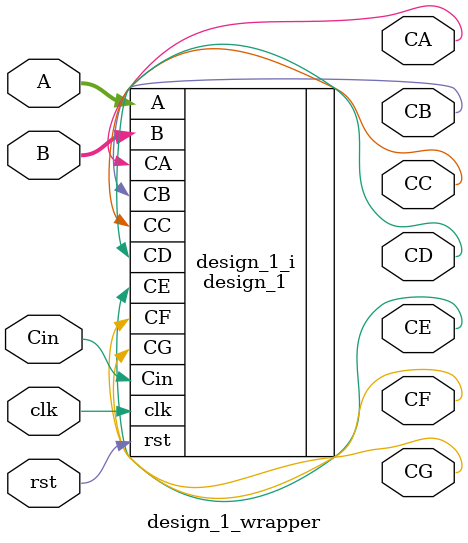
<source format=v>
`timescale 1 ps / 1 ps

module design_1_wrapper
   (A,
    B,
    CA,
    CB,
    CC,
    CD,
    CE,
    CF,
    CG,
    Cin,
    clk,
    rst);
  input [3:0]A;
  input [3:0]B;
  output CA;
  output CB;
  output CC;
  output CD;
  output CE;
  output CF;
  output CG;
  input Cin;
  input clk;
  input rst;

  wire [3:0]A;
  wire [3:0]B;
  wire CA;
  wire CB;
  wire CC;
  wire CD;
  wire CE;
  wire CF;
  wire CG;
  wire Cin;
  wire clk;
  wire rst;

  design_1 design_1_i
       (.A(A),
        .B(B),
        .CA(CA),
        .CB(CB),
        .CC(CC),
        .CD(CD),
        .CE(CE),
        .CF(CF),
        .CG(CG),
        .Cin(Cin),
        .clk(clk),
        .rst(rst));
endmodule

</source>
